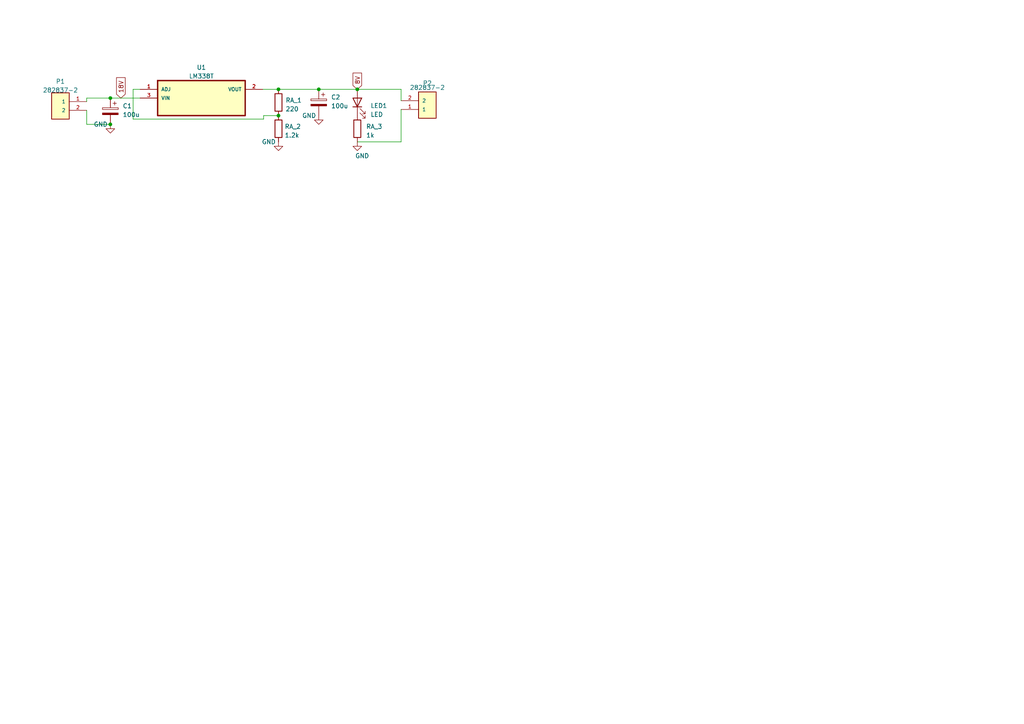
<source format=kicad_sch>
(kicad_sch (version 20230121) (generator eeschema)

  (uuid f87d172a-f119-40a8-9adc-92754f3e013d)

  (paper "A4")

  (lib_symbols
    (symbol "Device:C_Polarized" (pin_numbers hide) (pin_names (offset 0.254)) (in_bom yes) (on_board yes)
      (property "Reference" "C" (at 0.635 2.54 0)
        (effects (font (size 1.27 1.27)) (justify left))
      )
      (property "Value" "C_Polarized" (at 0.635 -2.54 0)
        (effects (font (size 1.27 1.27)) (justify left))
      )
      (property "Footprint" "" (at 0.9652 -3.81 0)
        (effects (font (size 1.27 1.27)) hide)
      )
      (property "Datasheet" "~" (at 0 0 0)
        (effects (font (size 1.27 1.27)) hide)
      )
      (property "ki_keywords" "cap capacitor" (at 0 0 0)
        (effects (font (size 1.27 1.27)) hide)
      )
      (property "ki_description" "Polarized capacitor" (at 0 0 0)
        (effects (font (size 1.27 1.27)) hide)
      )
      (property "ki_fp_filters" "CP_*" (at 0 0 0)
        (effects (font (size 1.27 1.27)) hide)
      )
      (symbol "C_Polarized_0_1"
        (rectangle (start -2.286 0.508) (end 2.286 1.016)
          (stroke (width 0) (type default))
          (fill (type none))
        )
        (polyline
          (pts
            (xy -1.778 2.286)
            (xy -0.762 2.286)
          )
          (stroke (width 0) (type default))
          (fill (type none))
        )
        (polyline
          (pts
            (xy -1.27 2.794)
            (xy -1.27 1.778)
          )
          (stroke (width 0) (type default))
          (fill (type none))
        )
        (rectangle (start 2.286 -0.508) (end -2.286 -1.016)
          (stroke (width 0) (type default))
          (fill (type outline))
        )
      )
      (symbol "C_Polarized_1_1"
        (pin passive line (at 0 3.81 270) (length 2.794)
          (name "~" (effects (font (size 1.27 1.27))))
          (number "1" (effects (font (size 1.27 1.27))))
        )
        (pin passive line (at 0 -3.81 90) (length 2.794)
          (name "~" (effects (font (size 1.27 1.27))))
          (number "2" (effects (font (size 1.27 1.27))))
        )
      )
    )
    (symbol "Device:LED" (pin_numbers hide) (pin_names (offset 1.016) hide) (in_bom yes) (on_board yes)
      (property "Reference" "D" (at 0 2.54 0)
        (effects (font (size 1.27 1.27)))
      )
      (property "Value" "LED" (at 0 -2.54 0)
        (effects (font (size 1.27 1.27)))
      )
      (property "Footprint" "" (at 0 0 0)
        (effects (font (size 1.27 1.27)) hide)
      )
      (property "Datasheet" "~" (at 0 0 0)
        (effects (font (size 1.27 1.27)) hide)
      )
      (property "ki_keywords" "LED diode" (at 0 0 0)
        (effects (font (size 1.27 1.27)) hide)
      )
      (property "ki_description" "Light emitting diode" (at 0 0 0)
        (effects (font (size 1.27 1.27)) hide)
      )
      (property "ki_fp_filters" "LED* LED_SMD:* LED_THT:*" (at 0 0 0)
        (effects (font (size 1.27 1.27)) hide)
      )
      (symbol "LED_0_1"
        (polyline
          (pts
            (xy -1.27 -1.27)
            (xy -1.27 1.27)
          )
          (stroke (width 0.254) (type default))
          (fill (type none))
        )
        (polyline
          (pts
            (xy -1.27 0)
            (xy 1.27 0)
          )
          (stroke (width 0) (type default))
          (fill (type none))
        )
        (polyline
          (pts
            (xy 1.27 -1.27)
            (xy 1.27 1.27)
            (xy -1.27 0)
            (xy 1.27 -1.27)
          )
          (stroke (width 0.254) (type default))
          (fill (type none))
        )
        (polyline
          (pts
            (xy -3.048 -0.762)
            (xy -4.572 -2.286)
            (xy -3.81 -2.286)
            (xy -4.572 -2.286)
            (xy -4.572 -1.524)
          )
          (stroke (width 0) (type default))
          (fill (type none))
        )
        (polyline
          (pts
            (xy -1.778 -0.762)
            (xy -3.302 -2.286)
            (xy -2.54 -2.286)
            (xy -3.302 -2.286)
            (xy -3.302 -1.524)
          )
          (stroke (width 0) (type default))
          (fill (type none))
        )
      )
      (symbol "LED_1_1"
        (pin passive line (at -3.81 0 0) (length 2.54)
          (name "K" (effects (font (size 1.27 1.27))))
          (number "1" (effects (font (size 1.27 1.27))))
        )
        (pin passive line (at 3.81 0 180) (length 2.54)
          (name "A" (effects (font (size 1.27 1.27))))
          (number "2" (effects (font (size 1.27 1.27))))
        )
      )
    )
    (symbol "Device:R" (pin_numbers hide) (pin_names (offset 0)) (in_bom yes) (on_board yes)
      (property "Reference" "R" (at 2.032 0 90)
        (effects (font (size 1.27 1.27)))
      )
      (property "Value" "R" (at 0 0 90)
        (effects (font (size 1.27 1.27)))
      )
      (property "Footprint" "" (at -1.778 0 90)
        (effects (font (size 1.27 1.27)) hide)
      )
      (property "Datasheet" "~" (at 0 0 0)
        (effects (font (size 1.27 1.27)) hide)
      )
      (property "ki_keywords" "R res resistor" (at 0 0 0)
        (effects (font (size 1.27 1.27)) hide)
      )
      (property "ki_description" "Resistor" (at 0 0 0)
        (effects (font (size 1.27 1.27)) hide)
      )
      (property "ki_fp_filters" "R_*" (at 0 0 0)
        (effects (font (size 1.27 1.27)) hide)
      )
      (symbol "R_0_1"
        (rectangle (start -1.016 -2.54) (end 1.016 2.54)
          (stroke (width 0.254) (type default))
          (fill (type none))
        )
      )
      (symbol "R_1_1"
        (pin passive line (at 0 3.81 270) (length 1.27)
          (name "~" (effects (font (size 1.27 1.27))))
          (number "1" (effects (font (size 1.27 1.27))))
        )
        (pin passive line (at 0 -3.81 90) (length 1.27)
          (name "~" (effects (font (size 1.27 1.27))))
          (number "2" (effects (font (size 1.27 1.27))))
        )
      )
    )
    (symbol "LM338T:LM338T" (pin_names (offset 1.016)) (in_bom yes) (on_board yes)
      (property "Reference" "U" (at -12.7 6.08 0)
        (effects (font (size 1.27 1.27)) (justify left bottom))
      )
      (property "Value" "LM338T" (at -12.7 -9.08 0)
        (effects (font (size 1.27 1.27)) (justify left bottom))
      )
      (property "Footprint" "TO254P1054X470X1955-3" (at 0 0 0)
        (effects (font (size 1.27 1.27)) (justify bottom) hide)
      )
      (property "Datasheet" "" (at 0 0 0)
        (effects (font (size 1.27 1.27)) hide)
      )
      (symbol "LM338T_0_0"
        (rectangle (start -12.7 -5.08) (end 12.7 5.08)
          (stroke (width 0.41) (type default))
          (fill (type background))
        )
        (pin input line (at -17.78 2.54 0) (length 5.08)
          (name "ADJ" (effects (font (size 1.016 1.016))))
          (number "1" (effects (font (size 1.016 1.016))))
        )
        (pin output line (at 17.78 2.54 180) (length 5.08)
          (name "VOUT" (effects (font (size 1.016 1.016))))
          (number "2" (effects (font (size 1.016 1.016))))
        )
        (pin input line (at -17.78 0 0) (length 5.08)
          (name "VIN" (effects (font (size 1.016 1.016))))
          (number "3" (effects (font (size 1.016 1.016))))
        )
      )
    )
    (symbol "Maraca:282837-2" (pin_names (offset 1.016)) (in_bom yes) (on_board yes)
      (property "Reference" "P" (at -2.5406 2.5438 0)
        (effects (font (size 1.27 1.27)) (justify left bottom))
      )
      (property "Value" "282837-2" (at -2.5424 -6.3745 0)
        (effects (font (size 1.27 1.27)) (justify left bottom))
      )
      (property "Footprint" "TE_282837-2" (at 0 0 0)
        (effects (font (size 1.27 1.27)) (justify bottom) hide)
      )
      (property "Datasheet" "" (at 0 0 0)
        (effects (font (size 1.27 1.27)) hide)
      )
      (property "Comment" "282837-2" (at 0 0 0)
        (effects (font (size 1.27 1.27)) (justify bottom) hide)
      )
      (symbol "282837-2_0_0"
        (rectangle (start -2.54 -5.08) (end 2.54 2.54)
          (stroke (width 0.254) (type default))
          (fill (type background))
        )
        (pin passive line (at -7.62 0 0) (length 5.08)
          (name "1" (effects (font (size 1.016 1.016))))
          (number "1" (effects (font (size 1.016 1.016))))
        )
        (pin passive line (at -7.62 -2.54 0) (length 5.08)
          (name "2" (effects (font (size 1.016 1.016))))
          (number "2" (effects (font (size 1.016 1.016))))
        )
      )
    )
    (symbol "power:GND" (power) (pin_names (offset 0)) (in_bom yes) (on_board yes)
      (property "Reference" "#PWR" (at 0 -6.35 0)
        (effects (font (size 1.27 1.27)) hide)
      )
      (property "Value" "GND" (at 0 -3.81 0)
        (effects (font (size 1.27 1.27)))
      )
      (property "Footprint" "" (at 0 0 0)
        (effects (font (size 1.27 1.27)) hide)
      )
      (property "Datasheet" "" (at 0 0 0)
        (effects (font (size 1.27 1.27)) hide)
      )
      (property "ki_keywords" "global power" (at 0 0 0)
        (effects (font (size 1.27 1.27)) hide)
      )
      (property "ki_description" "Power symbol creates a global label with name \"GND\" , ground" (at 0 0 0)
        (effects (font (size 1.27 1.27)) hide)
      )
      (symbol "GND_0_1"
        (polyline
          (pts
            (xy 0 0)
            (xy 0 -1.27)
            (xy 1.27 -1.27)
            (xy 0 -2.54)
            (xy -1.27 -1.27)
            (xy 0 -1.27)
          )
          (stroke (width 0) (type default))
          (fill (type none))
        )
      )
      (symbol "GND_1_1"
        (pin power_in line (at 0 0 270) (length 0) hide
          (name "GND" (effects (font (size 1.27 1.27))))
          (number "1" (effects (font (size 1.27 1.27))))
        )
      )
    )
  )

  (junction (at 92.456 25.908) (diameter 0) (color 0 0 0 0)
    (uuid 0b0f8063-cad6-4f42-b5a6-623fc34e5d5d)
  )
  (junction (at 80.772 33.528) (diameter 0) (color 0 0 0 0)
    (uuid 1b0c09b7-4da2-459f-ba7e-0067b731425a)
  )
  (junction (at 80.772 25.908) (diameter 0) (color 0 0 0 0)
    (uuid 1d1fa793-e2c6-4fc2-9bf1-934e9055d14d)
  )
  (junction (at 103.632 25.908) (diameter 0) (color 0 0 0 0)
    (uuid 333a99bc-249e-4bf0-8c6f-1fb594630ce7)
  )
  (junction (at 32.004 28.448) (diameter 0) (color 0 0 0 0)
    (uuid a113c847-a9d2-4c73-b52c-543d7cbd9a6c)
  )
  (junction (at 32.004 36.068) (diameter 0) (color 0 0 0 0)
    (uuid b43d6458-1d74-4f0b-a2ec-21e12921227a)
  )

  (wire (pts (xy 103.632 25.908) (xy 116.332 25.908))
    (stroke (width 0) (type default))
    (uuid 07b2dd31-1b32-487e-9db1-75004bf226fc)
  )
  (wire (pts (xy 38.608 25.908) (xy 38.608 34.544))
    (stroke (width 0) (type default))
    (uuid 14ce1545-58e2-4f19-862c-3111269d110d)
  )
  (wire (pts (xy 76.454 34.544) (xy 76.454 33.528))
    (stroke (width 0) (type default))
    (uuid 2113b81e-be9c-45b3-a9aa-e7283d2a6efe)
  )
  (wire (pts (xy 25.146 36.068) (xy 32.004 36.068))
    (stroke (width 0) (type default))
    (uuid 2ee49a2a-99d7-4f17-9f7b-8584b0bbb498)
  )
  (wire (pts (xy 40.64 28.448) (xy 32.004 28.448))
    (stroke (width 0) (type default))
    (uuid 349c934c-0998-4e64-9ade-6145391eba25)
  )
  (wire (pts (xy 32.004 28.448) (xy 25.146 28.448))
    (stroke (width 0) (type default))
    (uuid 37707d86-0404-4d38-b4a7-6a297f8beb1b)
  )
  (wire (pts (xy 80.772 25.908) (xy 92.456 25.908))
    (stroke (width 0) (type default))
    (uuid 4e147a95-6b3e-48e2-a5e5-440b8622a367)
  )
  (wire (pts (xy 25.146 32.004) (xy 25.146 36.068))
    (stroke (width 0) (type default))
    (uuid 4fee2130-1187-42b7-aa97-a1f78708cf2c)
  )
  (wire (pts (xy 116.332 25.908) (xy 116.332 29.21))
    (stroke (width 0) (type default))
    (uuid 6cf3473f-4810-4fd8-9362-ab6493d425b6)
  )
  (wire (pts (xy 103.632 41.148) (xy 116.332 41.148))
    (stroke (width 0) (type default))
    (uuid 6d5c3fb4-6ec8-47e4-8ca7-3d888b9d7a68)
  )
  (wire (pts (xy 76.2 25.908) (xy 80.772 25.908))
    (stroke (width 0) (type default))
    (uuid 95e9cc10-a49b-4f71-aca5-c5a3dc245f88)
  )
  (wire (pts (xy 116.332 41.148) (xy 116.332 31.75))
    (stroke (width 0) (type default))
    (uuid 983b223b-2731-4f49-991a-88326e3703cf)
  )
  (wire (pts (xy 25.146 28.448) (xy 25.146 29.464))
    (stroke (width 0) (type default))
    (uuid 997018d8-17ba-4c92-992a-95c77e86d93a)
  )
  (wire (pts (xy 38.608 34.544) (xy 76.454 34.544))
    (stroke (width 0) (type default))
    (uuid 9d9fef91-3685-4990-9a6b-d886dfeef5d9)
  )
  (wire (pts (xy 76.454 33.528) (xy 80.772 33.528))
    (stroke (width 0) (type default))
    (uuid a32180c2-6cc3-43b8-bbdf-5d535ecacb79)
  )
  (wire (pts (xy 40.64 25.908) (xy 38.608 25.908))
    (stroke (width 0) (type default))
    (uuid c89a4014-f908-4355-8cbe-f4a6d41cc7c5)
  )
  (wire (pts (xy 92.456 25.908) (xy 103.632 25.908))
    (stroke (width 0) (type default))
    (uuid d719e9d8-e01d-4cf7-9bdb-3cbe9c2609f0)
  )

  (global_label "8V" (shape input) (at 103.632 25.908 90) (fields_autoplaced)
    (effects (font (size 1.27 1.27)) (justify left))
    (uuid 51c03123-cacd-4a3e-86ca-986937d9c771)
    (property "Intersheetrefs" "${INTERSHEET_REFS}" (at 103.632 20.7041 90)
      (effects (font (size 1.27 1.27)) (justify left) hide)
    )
  )
  (global_label "18V" (shape input) (at 35.052 28.448 90) (fields_autoplaced)
    (effects (font (size 1.27 1.27)) (justify left))
    (uuid 57f85d39-ccfd-40a1-99c1-8960f8b9e6d3)
    (property "Intersheetrefs" "${INTERSHEET_REFS}" (at 35.052 22.0346 90)
      (effects (font (size 1.27 1.27)) (justify left) hide)
    )
  )

  (symbol (lib_id "Device:R") (at 80.772 29.718 0) (unit 1)
    (in_bom yes) (on_board yes) (dnp no) (fields_autoplaced)
    (uuid 0747192a-9c83-4fe4-a55e-8ab66fe4d798)
    (property "Reference" "RA_4" (at 82.804 29.083 0)
      (effects (font (size 1.27 1.27)) (justify left))
    )
    (property "Value" "220" (at 82.804 31.623 0)
      (effects (font (size 1.27 1.27)) (justify left))
    )
    (property "Footprint" "Resistor_THT:R_Axial_DIN0207_L6.3mm_D2.5mm_P5.08mm_Vertical" (at 78.994 29.718 90)
      (effects (font (size 1.27 1.27)) hide)
    )
    (property "Datasheet" "~" (at 80.772 29.718 0)
      (effects (font (size 1.27 1.27)) hide)
    )
    (pin "1" (uuid 659ba11c-b2d1-4a2c-a22d-19098ce1610d))
    (pin "2" (uuid b5d13915-bffc-4498-af13-7a7642dbe6a3))
    (instances
      (project "SSL Base SMD - v9"
        (path "/82e4a3bf-8a14-4453-a27e-85b488823db3"
          (reference "RA_4") (unit 1)
        )
      )
      (project "BUCK"
        (path "/f87d172a-f119-40a8-9adc-92754f3e013d"
          (reference "RA_1") (unit 1)
        )
      )
    )
  )

  (symbol (lib_id "Device:R") (at 103.632 37.338 0) (unit 1)
    (in_bom yes) (on_board yes) (dnp no) (fields_autoplaced)
    (uuid 1d3f693b-1a4a-4d9a-b310-483f6a221828)
    (property "Reference" "RA_6" (at 106.172 36.703 0)
      (effects (font (size 1.27 1.27)) (justify left))
    )
    (property "Value" "1k" (at 106.172 39.243 0)
      (effects (font (size 1.27 1.27)) (justify left))
    )
    (property "Footprint" "Resistor_THT:R_Axial_DIN0207_L6.3mm_D2.5mm_P5.08mm_Vertical" (at 101.854 37.338 90)
      (effects (font (size 1.27 1.27)) hide)
    )
    (property "Datasheet" "~" (at 103.632 37.338 0)
      (effects (font (size 1.27 1.27)) hide)
    )
    (pin "1" (uuid 426d020a-f224-4784-8e68-745d8cf28a48))
    (pin "2" (uuid ea08fed7-7edd-49e3-82be-a4b1800a0457))
    (instances
      (project "SSL Base SMD - v9"
        (path "/82e4a3bf-8a14-4453-a27e-85b488823db3"
          (reference "RA_6") (unit 1)
        )
      )
      (project "BUCK"
        (path "/f87d172a-f119-40a8-9adc-92754f3e013d"
          (reference "RA_3") (unit 1)
        )
      )
    )
  )

  (symbol (lib_id "Device:LED") (at 103.632 29.718 90) (unit 1)
    (in_bom yes) (on_board yes) (dnp no) (fields_autoplaced)
    (uuid 285a0bcf-1bad-4cce-a683-231e31117359)
    (property "Reference" "LED3" (at 107.442 30.6705 90)
      (effects (font (size 1.27 1.27)) (justify right))
    )
    (property "Value" "LED" (at 107.442 33.2105 90)
      (effects (font (size 1.27 1.27)) (justify right))
    )
    (property "Footprint" "LED_THT:LED_D3.0mm" (at 103.632 29.718 0)
      (effects (font (size 1.27 1.27)) hide)
    )
    (property "Datasheet" "~" (at 103.632 29.718 0)
      (effects (font (size 1.27 1.27)) hide)
    )
    (pin "1" (uuid c9caf08b-ef3e-4729-a2ea-426eb2087eff))
    (pin "2" (uuid 246abc77-d55a-4fee-bd35-de9c84ba3070))
    (instances
      (project "SSL Base SMD - v9"
        (path "/82e4a3bf-8a14-4453-a27e-85b488823db3"
          (reference "LED3") (unit 1)
        )
      )
      (project "BUCK"
        (path "/f87d172a-f119-40a8-9adc-92754f3e013d"
          (reference "LED1") (unit 1)
        )
      )
    )
  )

  (symbol (lib_id "Device:C_Polarized") (at 92.456 29.718 0) (mirror y) (unit 1)
    (in_bom yes) (on_board yes) (dnp no) (fields_autoplaced)
    (uuid 3c35ccde-f7cc-41ed-b393-18654a12333d)
    (property "Reference" "C8" (at 96.012 28.194 0)
      (effects (font (size 1.27 1.27)) (justify right))
    )
    (property "Value" "100u" (at 96.012 30.734 0)
      (effects (font (size 1.27 1.27)) (justify right))
    )
    (property "Footprint" "Capacitor_THT:CP_Radial_D5.0mm_P2.50mm" (at 91.4908 33.528 0)
      (effects (font (size 1.27 1.27)) hide)
    )
    (property "Datasheet" "~" (at 92.456 29.718 0)
      (effects (font (size 1.27 1.27)) hide)
    )
    (pin "1" (uuid 3918d3a5-6722-4477-9edf-b3680f17521f))
    (pin "2" (uuid 0e9088d9-f5cb-4263-99b6-66e32fd9adcd))
    (instances
      (project "SSL Base SMD - v9"
        (path "/82e4a3bf-8a14-4453-a27e-85b488823db3"
          (reference "C8") (unit 1)
        )
      )
      (project "BUCK"
        (path "/f87d172a-f119-40a8-9adc-92754f3e013d"
          (reference "C2") (unit 1)
        )
      )
    )
  )

  (symbol (lib_id "Device:C_Polarized") (at 32.004 32.258 0) (mirror y) (unit 1)
    (in_bom yes) (on_board yes) (dnp no) (fields_autoplaced)
    (uuid 3d86d318-162a-4aca-8315-da5aaa52bcfb)
    (property "Reference" "C9" (at 35.56 30.734 0)
      (effects (font (size 1.27 1.27)) (justify right))
    )
    (property "Value" "100u" (at 35.56 33.274 0)
      (effects (font (size 1.27 1.27)) (justify right))
    )
    (property "Footprint" "Capacitor_THT:CP_Radial_D5.0mm_P2.50mm" (at 31.0388 36.068 0)
      (effects (font (size 1.27 1.27)) hide)
    )
    (property "Datasheet" "~" (at 32.004 32.258 0)
      (effects (font (size 1.27 1.27)) hide)
    )
    (pin "1" (uuid fd878a7d-f612-4d72-be6c-02fa5802329d))
    (pin "2" (uuid be8ecc83-704e-4943-a448-48568c654692))
    (instances
      (project "SSL Base SMD - v9"
        (path "/82e4a3bf-8a14-4453-a27e-85b488823db3"
          (reference "C9") (unit 1)
        )
      )
      (project "BUCK"
        (path "/f87d172a-f119-40a8-9adc-92754f3e013d"
          (reference "C1") (unit 1)
        )
      )
    )
  )

  (symbol (lib_id "Maraca:282837-2") (at 17.526 29.464 0) (mirror y) (unit 1)
    (in_bom yes) (on_board yes) (dnp no) (fields_autoplaced)
    (uuid 55f2490b-7117-4800-af64-40bfbe3e9eca)
    (property "Reference" "P1" (at 17.526 23.622 0)
      (effects (font (size 1.27 1.27)))
    )
    (property "Value" "282837-2" (at 17.526 26.162 0)
      (effects (font (size 1.27 1.27)))
    )
    (property "Footprint" "TerminalBlock:TerminalBlock_bornier-2_P5.08mm" (at 17.526 29.464 0)
      (effects (font (size 1.27 1.27)) (justify bottom) hide)
    )
    (property "Datasheet" "" (at 17.526 29.464 0)
      (effects (font (size 1.27 1.27)) hide)
    )
    (property "Comment" "282837-2" (at 17.526 29.464 0)
      (effects (font (size 1.27 1.27)) (justify bottom) hide)
    )
    (pin "1" (uuid 74f30710-d371-4db4-9be2-da074947e95f))
    (pin "2" (uuid c7612656-e042-4c67-9bce-ce71a3fce527))
    (instances
      (project "Placa de teste Maxon PTH v2"
        (path "/27492f1e-3bc1-4b7e-aee9-dcf066ae4ec8"
          (reference "P1") (unit 1)
        )
      )
      (project "BUCK"
        (path "/f87d172a-f119-40a8-9adc-92754f3e013d"
          (reference "P1") (unit 1)
        )
      )
    )
  )

  (symbol (lib_id "Maraca:282837-2") (at 123.952 31.75 0) (mirror x) (unit 1)
    (in_bom yes) (on_board yes) (dnp no) (fields_autoplaced)
    (uuid 630df764-2bb1-492f-b2ae-2774f573890c)
    (property "Reference" "P1" (at 123.952 24.13 0)
      (effects (font (size 1.27 1.27)))
    )
    (property "Value" "282837-2" (at 123.952 25.4 0)
      (effects (font (size 1.27 1.27)))
    )
    (property "Footprint" "TerminalBlock:TerminalBlock_bornier-2_P5.08mm" (at 123.952 31.75 0)
      (effects (font (size 1.27 1.27)) (justify bottom) hide)
    )
    (property "Datasheet" "" (at 123.952 31.75 0)
      (effects (font (size 1.27 1.27)) hide)
    )
    (property "Comment" "282837-2" (at 123.952 31.75 0)
      (effects (font (size 1.27 1.27)) (justify bottom) hide)
    )
    (pin "1" (uuid 80d42e9d-5f33-43aa-94fd-6451f9f4c309))
    (pin "2" (uuid 2973020f-f4c0-4b44-a62c-ea65a3f9ab36))
    (instances
      (project "Placa de teste Maxon PTH v2"
        (path "/27492f1e-3bc1-4b7e-aee9-dcf066ae4ec8"
          (reference "P1") (unit 1)
        )
      )
      (project "BUCK"
        (path "/f87d172a-f119-40a8-9adc-92754f3e013d"
          (reference "P2") (unit 1)
        )
      )
    )
  )

  (symbol (lib_id "power:GND") (at 92.456 33.528 0) (unit 1)
    (in_bom yes) (on_board yes) (dnp no)
    (uuid 8182d8a9-3824-4bcc-aa29-62f4e2d4f18a)
    (property "Reference" "#PWR056" (at 92.456 39.878 0)
      (effects (font (size 1.27 1.27)) hide)
    )
    (property "Value" "GND" (at 91.694 33.528 0)
      (effects (font (size 1.27 1.27)) (justify right))
    )
    (property "Footprint" "" (at 92.456 33.528 0)
      (effects (font (size 1.27 1.27)) hide)
    )
    (property "Datasheet" "" (at 92.456 33.528 0)
      (effects (font (size 1.27 1.27)) hide)
    )
    (pin "1" (uuid 009cff9c-43a0-4b93-8958-d045199ef2ea))
    (instances
      (project "SSL Base SMD - v9"
        (path "/82e4a3bf-8a14-4453-a27e-85b488823db3"
          (reference "#PWR056") (unit 1)
        )
      )
      (project "BUCK"
        (path "/f87d172a-f119-40a8-9adc-92754f3e013d"
          (reference "#PWR04") (unit 1)
        )
      )
    )
  )

  (symbol (lib_id "Device:R") (at 80.772 37.338 0) (unit 1)
    (in_bom yes) (on_board yes) (dnp no) (fields_autoplaced)
    (uuid 83105f37-2473-4727-b412-ce3c6cbc1c03)
    (property "Reference" "RA_5" (at 82.55 36.703 0)
      (effects (font (size 1.27 1.27)) (justify left))
    )
    (property "Value" "1.2k" (at 82.55 39.243 0)
      (effects (font (size 1.27 1.27)) (justify left))
    )
    (property "Footprint" "Resistor_THT:R_Axial_DIN0207_L6.3mm_D2.5mm_P5.08mm_Vertical" (at 78.994 37.338 90)
      (effects (font (size 1.27 1.27)) hide)
    )
    (property "Datasheet" "~" (at 80.772 37.338 0)
      (effects (font (size 1.27 1.27)) hide)
    )
    (pin "1" (uuid d29ee260-2488-47c5-b652-b6d6dfc0fdc3))
    (pin "2" (uuid 2709ab10-9777-4fb9-890e-4e74cbadc030))
    (instances
      (project "SSL Base SMD - v9"
        (path "/82e4a3bf-8a14-4453-a27e-85b488823db3"
          (reference "RA_5") (unit 1)
        )
      )
      (project "BUCK"
        (path "/f87d172a-f119-40a8-9adc-92754f3e013d"
          (reference "RA_2") (unit 1)
        )
      )
    )
  )

  (symbol (lib_id "power:GND") (at 32.004 36.068 0) (unit 1)
    (in_bom yes) (on_board yes) (dnp no)
    (uuid 8da6cbc7-bc3c-44c5-924f-45fcb90396a8)
    (property "Reference" "#PWR054" (at 32.004 42.418 0)
      (effects (font (size 1.27 1.27)) hide)
    )
    (property "Value" "GND" (at 31.242 36.068 0)
      (effects (font (size 1.27 1.27)) (justify right))
    )
    (property "Footprint" "" (at 32.004 36.068 0)
      (effects (font (size 1.27 1.27)) hide)
    )
    (property "Datasheet" "" (at 32.004 36.068 0)
      (effects (font (size 1.27 1.27)) hide)
    )
    (pin "1" (uuid 4a26bad5-1a11-4c63-9869-88edea6f5273))
    (instances
      (project "SSL Base SMD - v9"
        (path "/82e4a3bf-8a14-4453-a27e-85b488823db3"
          (reference "#PWR054") (unit 1)
        )
      )
      (project "BUCK"
        (path "/f87d172a-f119-40a8-9adc-92754f3e013d"
          (reference "#PWR01") (unit 1)
        )
      )
    )
  )

  (symbol (lib_id "power:GND") (at 80.772 41.148 0) (unit 1)
    (in_bom yes) (on_board yes) (dnp no)
    (uuid 97001687-fdc3-478d-a96c-421e7a08afff)
    (property "Reference" "#PWR055" (at 80.772 47.498 0)
      (effects (font (size 1.27 1.27)) hide)
    )
    (property "Value" "GND" (at 80.01 41.148 0)
      (effects (font (size 1.27 1.27)) (justify right))
    )
    (property "Footprint" "" (at 80.772 41.148 0)
      (effects (font (size 1.27 1.27)) hide)
    )
    (property "Datasheet" "" (at 80.772 41.148 0)
      (effects (font (size 1.27 1.27)) hide)
    )
    (pin "1" (uuid 1a010682-c45e-41ed-862c-3a9485bf4960))
    (instances
      (project "SSL Base SMD - v9"
        (path "/82e4a3bf-8a14-4453-a27e-85b488823db3"
          (reference "#PWR055") (unit 1)
        )
      )
      (project "BUCK"
        (path "/f87d172a-f119-40a8-9adc-92754f3e013d"
          (reference "#PWR02") (unit 1)
        )
      )
    )
  )

  (symbol (lib_id "power:GND") (at 103.632 41.148 0) (mirror y) (unit 1)
    (in_bom yes) (on_board yes) (dnp no)
    (uuid a9978777-b340-4d32-b21c-de8642e76082)
    (property "Reference" "#PWR057" (at 103.632 47.498 0)
      (effects (font (size 1.27 1.27)) hide)
    )
    (property "Value" "GND" (at 102.997 45.212 0)
      (effects (font (size 1.27 1.27)) (justify right))
    )
    (property "Footprint" "" (at 103.632 41.148 0)
      (effects (font (size 1.27 1.27)) hide)
    )
    (property "Datasheet" "" (at 103.632 41.148 0)
      (effects (font (size 1.27 1.27)) hide)
    )
    (pin "1" (uuid 63beec42-8e51-4788-8dff-f1904afc43a0))
    (instances
      (project "SSL Base SMD - v9"
        (path "/82e4a3bf-8a14-4453-a27e-85b488823db3"
          (reference "#PWR057") (unit 1)
        )
      )
      (project "BUCK"
        (path "/f87d172a-f119-40a8-9adc-92754f3e013d"
          (reference "#PWR05") (unit 1)
        )
      )
    )
  )

  (symbol (lib_id "LM338T:LM338T") (at 58.42 28.448 0) (unit 1)
    (in_bom yes) (on_board yes) (dnp no) (fields_autoplaced)
    (uuid dc1e6f46-e4fd-4ef1-bc30-df046d1fce74)
    (property "Reference" "U5" (at 58.42 19.558 0)
      (effects (font (size 1.27 1.27)))
    )
    (property "Value" "LM338T" (at 58.42 22.098 0)
      (effects (font (size 1.27 1.27)))
    )
    (property "Footprint" "Maraca:TO254P1054X470X1955-3" (at 58.42 28.448 0)
      (effects (font (size 1.27 1.27)) (justify bottom) hide)
    )
    (property "Datasheet" "" (at 58.42 28.448 0)
      (effects (font (size 1.27 1.27)) hide)
    )
    (pin "1" (uuid 6d99030a-3efa-4c41-acab-ebf47d71badc))
    (pin "2" (uuid 877dacda-8a5d-4950-8b62-f4b3c33abc6e))
    (pin "3" (uuid db9e8aab-39b2-430e-8fff-ab220824087d))
    (instances
      (project "SSL Base SMD - v9"
        (path "/82e4a3bf-8a14-4453-a27e-85b488823db3"
          (reference "U5") (unit 1)
        )
      )
      (project "BUCK"
        (path "/f87d172a-f119-40a8-9adc-92754f3e013d"
          (reference "U1") (unit 1)
        )
      )
    )
  )

  (sheet_instances
    (path "/" (page "1"))
  )
)

</source>
